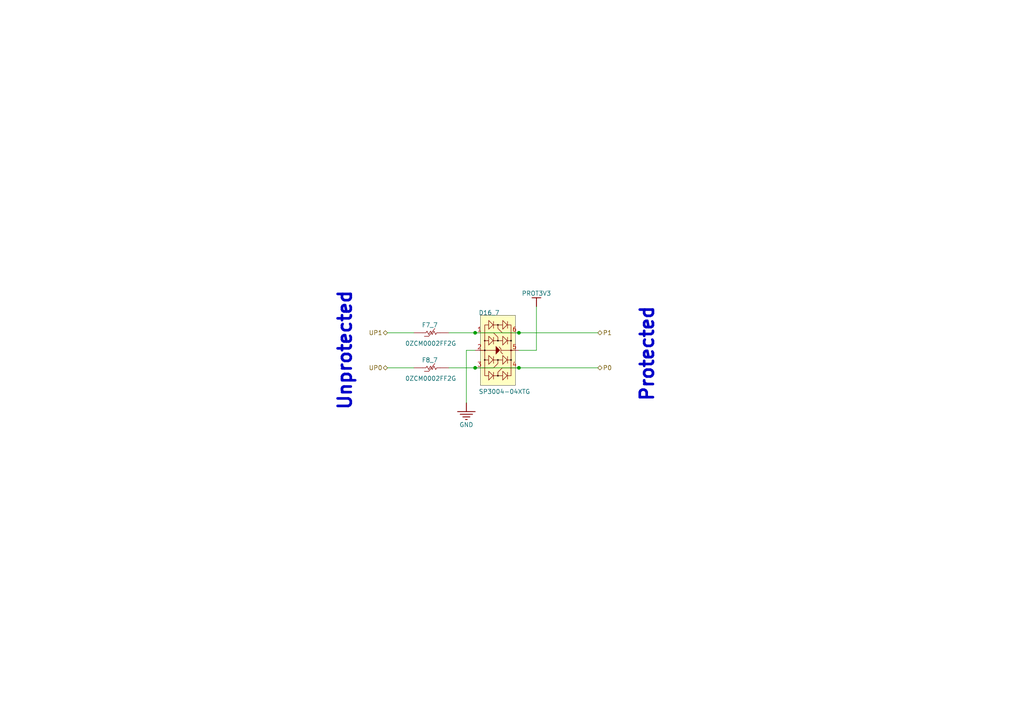
<source format=kicad_sch>
(kicad_sch (version 20250114) (generator "eeschema") (generator_version "9.0")
  (paper "User" 297.002 210.007)
  (title_block (title "ARDEP Arduino Connector") (rev "1"))
  (lib_symbols
    (symbol "ARDEP2_Mainboard:GND_POWER_GROUND" (power)
      (property "Value" "GND" (at 0 -6.35 0))
      (symbol "GND_POWER_GROUND_0_0"
        (polyline (pts (xy -2.54 -2.54) (xy 2.54 -2.54)) (stroke (width 0.254)))
        (polyline (pts (xy -1.778 -3.302) (xy 1.778 -3.302)) (stroke (width 0.254)))
        (polyline (pts (xy -1.016 -4.064) (xy 1.016 -4.064)) (stroke (width 0.254)))
        (polyline (pts (xy -0.254 -4.826) (xy 0.254 -4.826)) (stroke (width 0.254)))
        (polyline (pts (xy 0 0) (xy 0 -2.54)) (stroke (width 0.254)))
        (pin power_in line (at 0 0 0) (length 0) (hide yes) (name "GND") (number ""))
      )
    )
    (symbol "ARDEP2_Mainboard:PROT3V3_BAR" (power)
      (property "Value" "PROT3V3" (at 0 -3.81 0))
      (symbol "PROT3V3_BAR_0_0"
        (polyline (pts (xy -1.27 -2.54) (xy 1.27 -2.54)) (stroke (width 0.254)))
        (polyline (pts (xy 0 0) (xy 0 -2.54)) (stroke (width 0.254)))
        (pin power_in line (at 0 0 0) (length 0) (hide yes) (name "PROT3V3") (number ""))
      )
    )
    (symbol "ARDEP2_Mainboard:root_0_4CH-ESD-Clamp_Frickly Systems GmbH" (pin_names (hide yes))
      (symbol "root_0_4CH-ESD-Clamp_Frickly Systems GmbH_1_0"
        (polyline (pts (xy -5.334 0) (xy -6.35 0)))
        (polyline (pts (xy -5.08 5.08) (xy -2.286 5.08) (xy -1.016 3.81) (xy -1.016 2.794)))
        (polyline (pts (xy -5.08 0) (xy -1.524 0)))
        (polyline (pts (xy -5.08 -5.08) (xy -2.286 -5.08) (xy -1.016 -3.81) (xy -1.016 -2.794)))
        (arc (start -4.7432 2.6559) (mid -4.9382 2.9095) (end -4.6904 2.7072) (stroke (width 0) (color 0 0 0 1)))
        (polyline (pts (xy -4.826 2.794) (xy -4.826 -2.794)))
        (polyline (pts (xy -4.826 2.794) (xy -4.826 7.366) (xy -3.81 7.366)))
        (arc (start -4.7432 -0.1381) (mid -4.9382 0.1155) (end -4.6904 -0.0868) (stroke (width 0) (color 0 0 0 1)))
        (polyline (pts (xy -4.826 -2.286) (xy -4.826 -7.366)))
        (arc (start -4.7432 -2.9321) (mid -4.9382 -2.6785) (end -4.6904 -2.8808) (stroke (width 0) (color 0 0 0 1)))
        (polyline (pts (xy -4.064 2.794) (xy -3.81 2.794)))
        (polyline (pts (xy -3.81 2.794) (xy -4.826 2.794)))
        (polyline (pts (xy -3.81 -2.794) (xy -4.826 -2.794)))
        (polyline (pts (xy -3.81 -7.366) (xy -4.826 -7.366)))
        (polyline (pts (xy -3.683 6.121) (xy -2.413 7.391) (xy -3.683 8.661) (xy -3.683 6.121)))
        (polyline (pts (xy -3.683 1.549) (xy -2.413 2.819) (xy -3.683 4.089) (xy -3.683 1.549)))
        (polyline (pts (xy -3.683 -4.039) (xy -2.413 -2.769) (xy -3.683 -1.499) (xy -3.683 -4.039)))
        (polyline (pts (xy -3.683 -8.611) (xy -2.413 -7.341) (xy -3.683 -6.071) (xy -3.683 -8.611)))
        (polyline (pts (xy -2.286 8.382) (xy -2.286 6.382)))
        (polyline (pts (xy -2.286 7.366) (xy 0.254 7.366)))
        (polyline (pts (xy -2.286 3.81) (xy -2.286 1.81)))
        (polyline (pts (xy -2.286 2.794) (xy 0.254 2.794)))
        (polyline (pts (xy -2.286 -1.778) (xy -2.286 -3.778)))
        (polyline (pts (xy -2.286 -2.794) (xy 0.254 -2.794)))
        (polyline (pts (xy -2.286 -6.35) (xy -2.286 -8.35)))
        (polyline (pts (xy -2.286 -7.366) (xy 0.254 -7.366)))
        (polyline (pts (xy -1.651 -1.245) (xy -0.381 0.025) (xy -1.651 1.295) (xy -1.651 -1.245)) (stroke (width -0.0001)) (fill (type outline)))
        (arc (start -1.0988 7.5041) (mid -0.9038 7.2505) (end -1.1516 7.4528) (stroke (width 0) (color 0 0 0 1)))
        (arc (start -0.9332 2.6559) (mid -1.1282 2.9095) (end -0.8804 2.7072) (stroke (width 0) (color 0 0 0 1)))
        (arc (start -0.9332 -2.9321) (mid -1.1282 -2.6785) (end -0.8804 -2.8808) (stroke (width 0) (color 0 0 0 1)))
        (arc (start -1.0988 -7.2279) (mid -0.9038 -7.4815) (end -1.1516 -7.2792) (stroke (width 0) (color 0 0 0 1)))
        (polyline (pts (xy 0 0) (xy 3.302 0)))
        (polyline (pts (xy 0.356 -1.041) (xy -0.152 -0.533) (xy -0.152 0.483) (xy -0.66 0.991)))
        (polyline (pts (xy 0.381 6.121) (xy 1.651 7.391) (xy 0.381 8.661) (xy 0.381 6.121)))
        (polyline (pts (xy 0.381 1.549) (xy 1.651 2.819) (xy 0.381 4.089) (xy 0.381 1.549)))
        (polyline (pts (xy 0.381 -4.039) (xy 1.651 -2.769) (xy 0.381 -1.499) (xy 0.381 -4.039)))
        (polyline (pts (xy 0.381 -8.611) (xy 1.651 -7.341) (xy 0.381 -6.071) (xy 0.381 -8.611)))
        (polyline (pts (xy 1.778 8.382) (xy 1.778 6.382)))
        (polyline (pts (xy 1.778 3.81) (xy 1.778 1.81)))
        (polyline (pts (xy 1.778 2.794) (xy 2.794 2.794)))
        (polyline (pts (xy 1.778 -1.778) (xy 1.778 -3.778)))
        (polyline (pts (xy 1.778 -2.794) (xy 2.794 -2.794)))
        (polyline (pts (xy 1.778 -6.35) (xy 1.778 -8.35)))
        (polyline (pts (xy 1.778 -7.366) (xy 2.794 -7.366)))
        (arc (start 2.8768 -0.1381) (mid 2.6818 0.1155) (end 2.9296 -0.0868) (stroke (width 0) (color 0 0 0 1)))
        (polyline (pts (xy 2.794 2.794) (xy 2.794 -2.794)))
        (polyline (pts (xy 2.794 2.794) (xy 2.794 7.366) (xy 1.778 7.366)))
        (arc (start 2.8768 2.6559) (mid 2.6818 2.9095) (end 2.9296 2.7072) (stroke (width 0) (color 0 0 0 1)))
        (polyline (pts (xy 2.794 -2.794) (xy 2.794 -7.366)))
        (arc (start 2.8768 -2.9321) (mid 2.6818 -2.6785) (end 2.9296 -2.8808) (stroke (width 0) (color 0 0 0 1)))
        (polyline (pts (xy 2.794 -5.08) (xy 0.254 -5.08) (xy -1.016 -6.35) (xy -1.016 -7.366)))
        (polyline (pts (xy 3.048 5.08) (xy 0.254 5.08) (xy -1.016 6.35) (xy -1.016 7.366)))
        (rectangle (start 4.064 10.16) (end -6.096 -10.16) (stroke (width 0.0254) (color 0 0 0 1)) (fill (type background)))
        (pin passive line (at -7.62 5.08 0) (length 2.54) (name "I/O1") (number "1"))
        (pin passive line (at -7.62 0 0) (length 2.54) (name "GND") (number "2"))
        (pin passive line (at -7.62 -5.08 0) (length 2.54) (name "I/O2") (number "3"))
        (pin passive line (at 5.08 5.08 180) (length 2.54) (name "I/O1") (number "6"))
        (pin passive line (at 5.08 0 180) (length 2.54) (name "VDD") (number "5"))
        (pin passive line (at 5.08 -5.08 180) (length 2.54) (name "I/O2") (number "4"))
      )
    )
    (symbol "ARDEP2_Mainboard:root_0_TEMP_RES_Frickly Systems GmbH" (pin_numbers (hide yes)) (pin_names (hide yes))
      (symbol "root_0_TEMP_RES_Frickly Systems GmbH_1_0"
        (polyline (pts (xy 0.508 -1.016) (xy 1.778 -1.016) (xy 3.556 1.27)))
        (polyline (pts (xy 5.08 0) (xy 4.064 0) (xy 3.81 -0.508) (xy 3.302 0.508) (xy 2.794 -0.508) (xy 2.286 0.508) (xy 1.778 -0.508) (xy 1.27 0.508) (xy 1.016 0) (xy 0 0)))
        (pin passive line (at -2.54 0 0) (length 2.54) (name "1") (number "1"))
        (pin passive line (at 7.62 0 180) (length 2.54) (name "2") (number "2"))
      )
    )
  )
  (text "Unprotected" (at 102.235 119.38 90) (effects (font (size 3.81 3.81) (thickness 0.762) (bold yes)) (justify left bottom)))
  (text "Protected" (at 189.865 116.84 90) (effects (font (size 3.81 3.81) (thickness 0.762) (bold yes)) (justify left bottom)))
  (junction (at 137.795 96.52))
  (junction (at 150.495 106.68))
  (junction (at 137.795 106.68))
  (junction (at 150.495 96.52))
  (wire (pts (xy 137.795 101.6) (xy 135.255 101.6)))
  (wire (pts (xy 150.495 101.6) (xy 155.575 101.6)))
  (wire (pts (xy 155.575 101.6) (xy 155.575 88.9)))
  (wire (pts (xy 112.395 96.52) (xy 120.015 96.52)))
  (wire (pts (xy 150.495 106.68) (xy 137.795 106.68)))
  (wire (pts (xy 135.255 101.6) (xy 135.255 116.84)))
  (wire (pts (xy 130.175 96.52) (xy 137.795 96.52)))
  (wire (pts (xy 150.495 96.52) (xy 173.355 96.52)))
  (wire (pts (xy 150.495 106.68) (xy 173.355 106.68)))
  (wire (pts (xy 137.795 96.52) (xy 150.495 96.52)))
  (wire (pts (xy 137.795 106.68) (xy 130.175 106.68)))
  (wire (pts (xy 120.015 106.68) (xy 112.395 106.68)))
  (hierarchical_label "UP1" (shape bidirectional) (at 112.395 96.52 180))
  (hierarchical_label "P1" (shape bidirectional) (at 173.355 96.52 0))
  (hierarchical_label "UP0" (shape bidirectional) (at 112.395 106.68 180))
  (hierarchical_label "P0" (shape bidirectional) (at 173.355 106.68 0))
  (symbol (lib_id "ARDEP2_Mainboard:PROT3V3_BAR") (at 155.575 88.9 180) (unit 1)
    (property "Reference" "#PWR0204" (effects (hide yes)))
    (property "Value" "PROT3V3" (at 155.575 85.09 0))
    (instances (project "ARDEP2_Mainboard" (path "" (reference "#PWR0194") (unit 1)) (path "" (reference "#PWR0172") (unit 1)) (path "" (reference "#PWR0170") (unit 1)) (path "" (reference "#PWR0174") (unit 1)) (path "" (reference "#PWR0176") (unit 1)) (path "" (reference "#PWR0168") (unit 1)) (path "" (reference "#PWR0178") (unit 1)) (path "" (reference "#PWR0196") (unit 1)) (path "" (reference "#PWR0204") (unit 1)) (path "" (reference "#PWR0200") (unit 1)) (path "" (reference "#PWR0198") (unit 1)) (path "" (reference "#PWR0202") (unit 1))))
  )
  (symbol (lib_id "ARDEP2_Mainboard:root_0_TEMP_RES_Frickly Systems GmbH") (at 122.555 106.68 0) (unit 1)
    (property "Reference" "F8_12" (at 122.301 105.156 0) (effects (justify left bottom)))
    (property "Value" "0ZCM0002FF2G" (at 117.475 110.49 0) (effects (justify left bottom)))
    (property "Footprint" "Polyfuse_0603_JB" (effects (hide yes)))
    (property "Description" "PTC Resettable Fuse, 60V, 12ohm, Surface Mount" (effects (hide yes)))
    (property "TRIP CURRENT" "60mA" (effects (hide yes)))
    (property "MIN OPERATING TEMPERATURE" "-40°C" (effects (hide yes)))
    (property "PINS" "2" (effects (hide yes)))
    (property "CURRENT RATING" "20mA" (effects (hide yes)))
    (property "CASE/PACKAGE" "0603" (effects (hide yes)))
    (property "VOLTAGE RATING" "60V" (effects (hide yes)))
    (property "MOUNTING TECHNOLOGY" "SMD" (effects (hide yes)))
    (property "MAX OPERATING TEMPERATURE" "85°C" (effects (hide yes)))
    (property "ROHS COMPLIANT" "YES" (effects (hide yes)))
    (instances (project "ARDEP2_Mainboard" (path "" (reference "F8_7") (unit 1)) (path "" (reference "F8_3") (unit 1)) (path "" (reference "F8_2") (unit 1)) (path "" (reference "F8_4") (unit 1)) (path "" (reference "F8_5") (unit 1)) (path "" (reference "F8_1") (unit 1)) (path "" (reference "F8_6") (unit 1)) (path "" (reference "F8_8") (unit 1)) (path "" (reference "F8_12") (unit 1)) (path "" (reference "F8_10") (unit 1)) (path "" (reference "F8_9") (unit 1)) (path "" (reference "F8_11") (unit 1))))
  )
  (symbol (lib_id "ARDEP2_Mainboard:GND_POWER_GROUND") (at 135.255 116.84 0) (unit 1)
    (property "Reference" "#PWR0203" (effects (hide yes)))
    (property "Value" "GND" (at 135.255 123.19 0))
    (instances (project "ARDEP2_Mainboard" (path "" (reference "#PWR0193") (unit 1)) (path "" (reference "#PWR0171") (unit 1)) (path "" (reference "#PWR0169") (unit 1)) (path "" (reference "#PWR0173") (unit 1)) (path "" (reference "#PWR0175") (unit 1)) (path "" (reference "#PWR0167") (unit 1)) (path "" (reference "#PWR0177") (unit 1)) (path "" (reference "#PWR0195") (unit 1)) (path "" (reference "#PWR0203") (unit 1)) (path "" (reference "#PWR0199") (unit 1)) (path "" (reference "#PWR0197") (unit 1)) (path "" (reference "#PWR0201") (unit 1))))
  )
  (symbol (lib_id "ARDEP2_Mainboard:root_0_TEMP_RES_Frickly Systems GmbH") (at 122.555 96.52 0) (unit 1)
    (property "Reference" "F7_12" (at 122.301 94.996 0) (effects (justify left bottom)))
    (property "Value" "0ZCM0002FF2G" (at 117.475 100.33 0) (effects (justify left bottom)))
    (property "Footprint" "Polyfuse_0603_JB" (effects (hide yes)))
    (property "Description" "PTC Resettable Fuse, 60V, 12ohm, Surface Mount" (effects (hide yes)))
    (property "TRIP CURRENT" "60mA" (effects (hide yes)))
    (property "MIN OPERATING TEMPERATURE" "-40°C" (effects (hide yes)))
    (property "PINS" "2" (effects (hide yes)))
    (property "CURRENT RATING" "20mA" (effects (hide yes)))
    (property "CASE/PACKAGE" "0603" (effects (hide yes)))
    (property "VOLTAGE RATING" "60V" (effects (hide yes)))
    (property "MOUNTING TECHNOLOGY" "SMD" (effects (hide yes)))
    (property "MAX OPERATING TEMPERATURE" "85°C" (effects (hide yes)))
    (property "ROHS COMPLIANT" "YES" (effects (hide yes)))
    (instances (project "ARDEP2_Mainboard" (path "" (reference "F7_7") (unit 1)) (path "" (reference "F7_3") (unit 1)) (path "" (reference "F7_2") (unit 1)) (path "" (reference "F7_4") (unit 1)) (path "" (reference "F7_5") (unit 1)) (path "" (reference "F7_1") (unit 1)) (path "" (reference "F7_6") (unit 1)) (path "" (reference "F7_8") (unit 1)) (path "" (reference "F7_12") (unit 1)) (path "" (reference "F7_10") (unit 1)) (path "" (reference "F7_9") (unit 1)) (path "" (reference "F7_11") (unit 1))))
  )
  (symbol (lib_id "ARDEP2_Mainboard:root_0_4CH-ESD-Clamp_Frickly Systems GmbH") (at 145.415 101.6 0) (unit 1)
    (property "Reference" "D16_12" (at 138.811 91.44 0) (effects (justify left bottom)))
    (property "Value" "SP3004-04XTG" (at 138.811 114.3 0) (effects (justify left bottom)))
    (property "Footprint" "SOT-563" (effects (hide yes)))
    (property "Description" "Trans Voltage Suppressor Diode, 6V V(RWM), Unidirectional, 1 Element, Silicon, MO-223" (effects (hide yes)))
    (property "SURFACE MOUNT" "Yes" (effects (hide yes)))
    (property "PEAK INVERSE VOLTAGE" "6V" (effects (hide yes)))
    (property "TERMINAL FORM" "Flat" (effects (hide yes)))
    (property "MOUNTING TECHNOLOGY" "SMD" (effects (hide yes)))
    (property "PACKAGE BODY MATERIAL" "Plastic" (effects (hide yes)))
    (property "PINS" "6" (effects (hide yes)))
    (property "PACKAGE SHAPE" "Rectangular" (effects (hide yes)))
    (property "TERMINAL POSITION" "DUAL" (effects (hide yes)))
    (property "ROHS COMPLIANT" "Yes" (effects (hide yes)))
    (property "REP PK REVERSE VOLTAGE-MAX" "6V" (effects (hide yes)))
    (property "PACKAGE STYLE" "SMALL OUTLINEMeter" (effects (hide yes)))
    (property "QUALIFICATION STATUS" "Not Qualified" (effects (hide yes)))
    (property "DIODE TYPE" "TRANS VOLTAGE SUPPRESSOR" (effects (hide yes)))
    (property "JESD-30 CODE" "R-PDSO-F6" (effects (hide yes)))
    (property "MAX SURGE CURRENT" "4A" (effects (hide yes)))
    (property "NUMBER OF ELEMENTS" "1" (effects (hide yes)))
    (property "DIODE ELEMENT MATERIAL" "SILICON" (effects (hide yes)))
    (property "REACH SVHC COMPLIANT" "Yes" (effects (hide yes)))
    (property "MAX OPERATING TEMPERATURE" "150°C" (effects (hide yes)))
    (property "POLARITY" "Unidirectional" (effects (hide yes)))
    (property "TECHNOLOGY" "AVALANCHE" (effects (hide yes)))
    (property "CLAMPING VOLTAGE-MAX" "11.8V" (effects (hide yes)))
    (property "JESD-609 CODE" "e3" (effects (hide yes)))
    (property "TERMINAL FINISH" "Tin" (effects (hide yes)))
    (instances (project "ARDEP2_Mainboard" (path "" (reference "D16_7") (unit 1)) (path "" (reference "D16_3") (unit 1)) (path "" (reference "D16_2") (unit 1)) (path "" (reference "D16_4") (unit 1)) (path "" (reference "D16_5") (unit 1)) (path "" (reference "D16_1") (unit 1)) (path "" (reference "D16_6") (unit 1)) (path "" (reference "D16_8") (unit 1)) (path "" (reference "D16_12") (unit 1)) (path "" (reference "D16_10") (unit 1)) (path "" (reference "D16_9") (unit 1)) (path "" (reference "D16_11") (unit 1))))
  )
)
</source>
